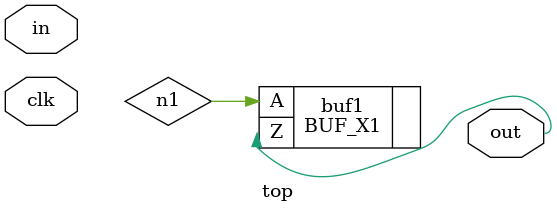
<source format=v>

module top (
  input clk,
  input in,
  output out
);
  wire n1;

  BUF_X1 buf1 (.A(n1), .Z(out));
endmodule

</source>
